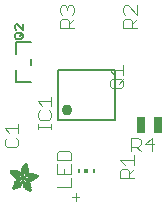
<source format=gbr>
G04 EAGLE Gerber RS-274X export*
G75*
%MOMM*%
%FSLAX34Y34*%
%LPD*%
%INSilkscreen Top*%
%IPPOS*%
%AMOC8*
5,1,8,0,0,1.08239X$1,22.5*%
G01*
%ADD10C,0.203200*%
%ADD11C,0.919200*%
%ADD12C,0.101600*%
%ADD13C,0.076200*%
%ADD14R,0.150000X0.300000*%
%ADD15R,0.300000X0.300000*%
%ADD16R,0.650000X1.400000*%
%ADD17C,0.152400*%
%ADD18R,0.034300X0.003800*%
%ADD19R,0.057200X0.003800*%
%ADD20R,0.076200X0.003800*%
%ADD21R,0.091400X0.003800*%
%ADD22R,0.102900X0.003800*%
%ADD23R,0.114300X0.003900*%
%ADD24R,0.129500X0.003800*%
%ADD25R,0.137200X0.003800*%
%ADD26R,0.144800X0.003800*%
%ADD27R,0.152400X0.003800*%
%ADD28R,0.160000X0.003800*%
%ADD29R,0.171500X0.003800*%
%ADD30R,0.175300X0.003800*%
%ADD31R,0.182900X0.003800*%
%ADD32R,0.190500X0.003800*%
%ADD33R,0.194300X0.003900*%
%ADD34R,0.201900X0.003800*%
%ADD35R,0.209500X0.003800*%
%ADD36R,0.213400X0.003800*%
%ADD37R,0.221000X0.003800*%
%ADD38R,0.224800X0.003800*%
%ADD39R,0.232400X0.003800*%
%ADD40R,0.240000X0.003800*%
%ADD41R,0.243800X0.003800*%
%ADD42R,0.247600X0.003800*%
%ADD43R,0.255300X0.003900*%
%ADD44R,0.259100X0.003800*%
%ADD45R,0.262900X0.003800*%
%ADD46R,0.270500X0.003800*%
%ADD47R,0.274300X0.003800*%
%ADD48R,0.281900X0.003800*%
%ADD49R,0.285700X0.003800*%
%ADD50R,0.289500X0.003800*%
%ADD51R,0.297200X0.003800*%
%ADD52R,0.301000X0.003800*%
%ADD53R,0.304800X0.003900*%
%ADD54R,0.312400X0.003800*%
%ADD55R,0.316200X0.003800*%
%ADD56R,0.320000X0.003800*%
%ADD57R,0.327600X0.003800*%
%ADD58R,0.331500X0.003800*%
%ADD59R,0.339100X0.003800*%
%ADD60R,0.342900X0.003800*%
%ADD61R,0.346700X0.003800*%
%ADD62R,0.354300X0.003800*%
%ADD63R,0.358100X0.003900*%
%ADD64R,0.361900X0.003800*%
%ADD65R,0.369600X0.003800*%
%ADD66R,0.373400X0.003800*%
%ADD67R,0.377200X0.003800*%
%ADD68R,0.384800X0.003800*%
%ADD69R,0.388600X0.003800*%
%ADD70R,0.396200X0.003800*%
%ADD71R,0.400000X0.003800*%
%ADD72R,0.403800X0.003800*%
%ADD73R,0.411500X0.003900*%
%ADD74R,0.415300X0.003800*%
%ADD75R,0.419100X0.003800*%
%ADD76R,0.045700X0.003800*%
%ADD77R,0.426700X0.003800*%
%ADD78R,0.072400X0.003800*%
%ADD79R,0.430500X0.003800*%
%ADD80R,0.095300X0.003800*%
%ADD81R,0.438100X0.003800*%
%ADD82R,0.110500X0.003800*%
%ADD83R,0.441900X0.003800*%
%ADD84R,0.445800X0.003800*%
%ADD85R,0.144700X0.003800*%
%ADD86R,0.453400X0.003800*%
%ADD87R,0.457200X0.003800*%
%ADD88R,0.175300X0.003900*%
%ADD89R,0.461000X0.003900*%
%ADD90R,0.468600X0.003800*%
%ADD91R,0.205800X0.003800*%
%ADD92R,0.472400X0.003800*%
%ADD93R,0.217200X0.003800*%
%ADD94R,0.476200X0.003800*%
%ADD95R,0.483900X0.003800*%
%ADD96R,0.247700X0.003800*%
%ADD97R,0.487700X0.003800*%
%ADD98R,0.495300X0.003800*%
%ADD99R,0.499100X0.003800*%
%ADD100R,0.502900X0.003800*%
%ADD101R,0.510500X0.003800*%
%ADD102R,0.308600X0.003900*%
%ADD103R,0.514300X0.003900*%
%ADD104R,0.323800X0.003800*%
%ADD105R,0.518100X0.003800*%
%ADD106R,0.335300X0.003800*%
%ADD107R,0.525800X0.003800*%
%ADD108R,0.529600X0.003800*%
%ADD109R,0.358100X0.003800*%
%ADD110R,0.533400X0.003800*%
%ADD111R,0.537200X0.003800*%
%ADD112R,0.381000X0.003800*%
%ADD113R,0.544800X0.003800*%
%ADD114R,0.392400X0.003800*%
%ADD115R,0.548600X0.003800*%
%ADD116R,0.552400X0.003800*%
%ADD117R,0.556200X0.003800*%
%ADD118R,0.422900X0.003900*%
%ADD119R,0.560100X0.003900*%
%ADD120R,0.434300X0.003800*%
%ADD121R,0.563900X0.003800*%
%ADD122R,0.567700X0.003800*%
%ADD123R,0.461000X0.003800*%
%ADD124R,0.571500X0.003800*%
%ADD125R,0.575300X0.003800*%
%ADD126R,0.480100X0.003800*%
%ADD127R,0.579100X0.003800*%
%ADD128R,0.491500X0.003800*%
%ADD129R,0.582900X0.003800*%
%ADD130R,0.586700X0.003800*%
%ADD131R,0.510600X0.003800*%
%ADD132R,0.590500X0.003800*%
%ADD133R,0.522000X0.003800*%
%ADD134R,0.594300X0.003800*%
%ADD135R,0.533400X0.003900*%
%ADD136R,0.598200X0.003900*%
%ADD137R,0.541000X0.003800*%
%ADD138R,0.602000X0.003800*%
%ADD139R,0.552500X0.003800*%
%ADD140R,0.605800X0.003800*%
%ADD141R,0.560100X0.003800*%
%ADD142R,0.609600X0.003800*%
%ADD143R,0.613400X0.003800*%
%ADD144R,0.583000X0.003800*%
%ADD145R,0.617200X0.003800*%
%ADD146R,0.594400X0.003800*%
%ADD147R,0.621000X0.003800*%
%ADD148R,0.598200X0.003800*%
%ADD149R,0.624800X0.003800*%
%ADD150R,0.613500X0.003900*%
%ADD151R,0.628600X0.003900*%
%ADD152R,0.632400X0.003800*%
%ADD153R,0.628600X0.003800*%
%ADD154R,0.636300X0.003800*%
%ADD155R,0.640100X0.003800*%
%ADD156R,0.636200X0.003800*%
%ADD157R,0.643900X0.003800*%
%ADD158R,0.647700X0.003800*%
%ADD159R,0.651500X0.003800*%
%ADD160R,0.659100X0.003800*%
%ADD161R,0.659100X0.003900*%
%ADD162R,0.655300X0.003900*%
%ADD163R,0.662900X0.003800*%
%ADD164R,0.655300X0.003800*%
%ADD165R,0.670500X0.003800*%
%ADD166R,0.670600X0.003800*%
%ADD167R,0.674400X0.003800*%
%ADD168R,0.682000X0.003800*%
%ADD169R,0.666700X0.003800*%
%ADD170R,0.685800X0.003800*%
%ADD171R,0.689600X0.003800*%
%ADD172R,0.693400X0.003900*%
%ADD173R,0.674400X0.003900*%
%ADD174R,0.697200X0.003800*%
%ADD175R,0.678200X0.003800*%
%ADD176R,0.697300X0.003800*%
%ADD177R,0.701100X0.003800*%
%ADD178R,0.704900X0.003800*%
%ADD179R,0.708700X0.003800*%
%ADD180R,0.712500X0.003800*%
%ADD181R,0.716300X0.003800*%
%ADD182R,0.720100X0.003900*%
%ADD183R,0.689600X0.003900*%
%ADD184R,0.720000X0.003800*%
%ADD185R,0.693400X0.003800*%
%ADD186R,0.723900X0.003800*%
%ADD187R,0.727700X0.003800*%
%ADD188R,0.731500X0.003800*%
%ADD189R,0.701000X0.003800*%
%ADD190R,0.735300X0.003800*%
%ADD191R,0.731500X0.003900*%
%ADD192R,0.701000X0.003900*%
%ADD193R,0.704800X0.003800*%
%ADD194R,0.739100X0.003800*%
%ADD195R,0.743000X0.003800*%
%ADD196R,0.739200X0.003800*%
%ADD197R,0.743000X0.003900*%
%ADD198R,0.704800X0.003900*%
%ADD199R,0.746800X0.003800*%
%ADD200R,0.746800X0.003900*%
%ADD201R,0.742900X0.003800*%
%ADD202R,0.746700X0.003800*%
%ADD203R,0.746700X0.003900*%
%ADD204R,1.428800X0.003800*%
%ADD205R,1.424900X0.003800*%
%ADD206R,1.421100X0.003900*%
%ADD207R,1.421100X0.003800*%
%ADD208R,1.417300X0.003800*%
%ADD209R,1.413500X0.003800*%
%ADD210R,1.409700X0.003800*%
%ADD211R,1.405900X0.003800*%
%ADD212R,1.402100X0.003800*%
%ADD213R,1.398300X0.003800*%
%ADD214R,0.983000X0.003900*%
%ADD215R,0.384800X0.003900*%
%ADD216R,0.971600X0.003800*%
%ADD217R,0.963900X0.003800*%
%ADD218R,0.956300X0.003800*%
%ADD219R,0.365800X0.003800*%
%ADD220R,0.952500X0.003800*%
%ADD221R,0.941000X0.003800*%
%ADD222R,0.358200X0.003800*%
%ADD223R,0.937200X0.003800*%
%ADD224R,0.933400X0.003800*%
%ADD225R,0.354400X0.003800*%
%ADD226R,0.925800X0.003800*%
%ADD227R,0.350500X0.003800*%
%ADD228R,0.922000X0.003800*%
%ADD229R,0.918200X0.003900*%
%ADD230R,0.346700X0.003900*%
%ADD231R,0.910600X0.003800*%
%ADD232R,0.906800X0.003800*%
%ADD233R,0.903000X0.003800*%
%ADD234R,0.339000X0.003800*%
%ADD235R,0.895300X0.003800*%
%ADD236R,0.335200X0.003800*%
%ADD237R,0.887700X0.003800*%
%ADD238R,0.883900X0.003800*%
%ADD239R,0.331400X0.003800*%
%ADD240R,0.880100X0.003800*%
%ADD241R,0.876300X0.003800*%
%ADD242R,0.468600X0.003900*%
%ADD243R,0.396200X0.003900*%
%ADD244R,0.323800X0.003900*%
%ADD245R,0.449600X0.003800*%
%ADD246R,0.323900X0.003800*%
%ADD247R,0.442000X0.003800*%
%ADD248R,0.434400X0.003800*%
%ADD249R,0.320100X0.003800*%
%ADD250R,0.316300X0.003800*%
%ADD251R,0.426800X0.003800*%
%ADD252R,0.327700X0.003800*%
%ADD253R,0.312500X0.003800*%
%ADD254R,0.422900X0.003800*%
%ADD255R,0.308600X0.003800*%
%ADD256R,0.293400X0.003800*%
%ADD257R,0.304800X0.003800*%
%ADD258R,0.419100X0.003900*%
%ADD259R,0.285700X0.003900*%
%ADD260R,0.301000X0.003900*%
%ADD261R,0.411500X0.003800*%
%ADD262R,0.407700X0.003800*%
%ADD263R,0.289600X0.003800*%
%ADD264R,0.285800X0.003800*%
%ADD265R,0.403900X0.003800*%
%ADD266R,0.228600X0.003800*%
%ADD267R,0.403900X0.003900*%
%ADD268R,0.221000X0.003900*%
%ADD269R,0.278100X0.003900*%
%ADD270R,0.400100X0.003800*%
%ADD271R,0.209600X0.003800*%
%ADD272R,0.266700X0.003800*%
%ADD273R,0.038100X0.003800*%
%ADD274R,0.194300X0.003800*%
%ADD275R,0.148600X0.003800*%
%ADD276R,0.259000X0.003800*%
%ADD277R,0.182800X0.003800*%
%ADD278R,0.186700X0.003800*%
%ADD279R,0.251400X0.003800*%
%ADD280R,0.179100X0.003800*%
%ADD281R,0.236200X0.003800*%
%ADD282R,0.243900X0.003900*%
%ADD283R,0.282000X0.003900*%
%ADD284R,0.167700X0.003800*%
%ADD285R,0.236300X0.003800*%
%ADD286R,0.396300X0.003800*%
%ADD287R,0.163900X0.003800*%
%ADD288R,0.392500X0.003800*%
%ADD289R,0.160100X0.003800*%
%ADD290R,0.586800X0.003800*%
%ADD291R,0.148500X0.003800*%
%ADD292R,0.140900X0.003800*%
%ADD293R,0.392400X0.003900*%
%ADD294R,0.140900X0.003900*%
%ADD295R,0.647700X0.003900*%
%ADD296R,0.133300X0.003800*%
%ADD297R,0.674300X0.003800*%
%ADD298R,0.388700X0.003800*%
%ADD299R,0.125700X0.003800*%
%ADD300R,0.121900X0.003800*%
%ADD301R,0.720100X0.003800*%
%ADD302R,0.118100X0.003800*%
%ADD303R,0.118100X0.003900*%
%ADD304R,0.739100X0.003900*%
%ADD305R,0.114300X0.003800*%
%ADD306R,0.754400X0.003800*%
%ADD307R,0.765800X0.003800*%
%ADD308R,0.773400X0.003800*%
%ADD309R,0.784800X0.003800*%
%ADD310R,0.118200X0.003800*%
%ADD311R,0.792500X0.003800*%
%ADD312R,0.803900X0.003800*%
%ADD313R,0.122000X0.003800*%
%ADD314R,0.815400X0.003800*%
%ADD315R,0.125800X0.003800*%
%ADD316R,0.826800X0.003800*%
%ADD317R,0.369500X0.003900*%
%ADD318R,0.133400X0.003900*%
%ADD319R,0.842000X0.003900*%
%ADD320R,0.365700X0.003800*%
%ADD321R,1.009700X0.003800*%
%ADD322R,1.013500X0.003800*%
%ADD323R,0.362000X0.003800*%
%ADD324R,1.024900X0.003800*%
%ADD325R,1.028700X0.003800*%
%ADD326R,1.036300X0.003800*%
%ADD327R,1.047800X0.003800*%
%ADD328R,1.055400X0.003800*%
%ADD329R,1.070600X0.003800*%
%ADD330R,0.030500X0.003800*%
%ADD331R,1.436400X0.003800*%
%ADD332R,1.562100X0.003900*%
%ADD333R,1.588700X0.003800*%
%ADD334R,1.607800X0.003800*%
%ADD335R,1.626900X0.003800*%
%ADD336R,1.642100X0.003800*%
%ADD337R,1.657400X0.003800*%
%ADD338R,1.676400X0.003800*%
%ADD339R,1.687800X0.003800*%
%ADD340R,1.703000X0.003800*%
%ADD341R,1.714500X0.003800*%
%ADD342R,1.726000X0.003900*%
%ADD343R,1.741200X0.003800*%
%ADD344R,0.914400X0.003800*%
%ADD345R,0.769600X0.003800*%
%ADD346R,0.884000X0.003800*%
%ADD347R,0.712400X0.003800*%
%ADD348R,0.880100X0.003900*%
%ADD349R,0.887800X0.003800*%
%ADD350R,0.891600X0.003800*%
%ADD351R,0.895400X0.003800*%
%ADD352R,0.251500X0.003800*%
%ADD353R,0.579200X0.003900*%
%ADD354R,0.243900X0.003800*%
%ADD355R,0.556300X0.003800*%
%ADD356R,0.255200X0.003800*%
%ADD357R,0.529500X0.003800*%
%ADD358R,0.731600X0.003800*%
%ADD359R,0.525800X0.003900*%
%ADD360R,0.281900X0.003900*%
%ADD361R,0.735400X0.003900*%
%ADD362R,0.300900X0.003800*%
%ADD363R,0.762000X0.003800*%
%ADD364R,0.518200X0.003800*%
%ADD365R,0.350600X0.003800*%
%ADD366R,0.796300X0.003800*%
%ADD367R,0.807800X0.003800*%
%ADD368R,0.506700X0.003800*%
%ADD369R,0.849600X0.003800*%
%ADD370R,0.506700X0.003900*%
%ADD371R,1.371600X0.003900*%
%ADD372R,1.207800X0.003800*%
%ADD373R,0.503000X0.003800*%
%ADD374R,0.141000X0.003800*%
%ADD375R,1.203900X0.003800*%
%ADD376R,1.204000X0.003800*%
%ADD377R,1.200200X0.003800*%
%ADD378R,0.499100X0.003900*%
%ADD379R,0.156200X0.003900*%
%ADD380R,1.196400X0.003900*%
%ADD381R,1.196400X0.003800*%
%ADD382R,0.163800X0.003800*%
%ADD383R,0.167600X0.003800*%
%ADD384R,1.192500X0.003800*%
%ADD385R,0.499200X0.003800*%
%ADD386R,1.188700X0.003800*%
%ADD387R,0.506800X0.003800*%
%ADD388R,1.184900X0.003800*%
%ADD389R,0.510600X0.003900*%
%ADD390R,0.209600X0.003900*%
%ADD391R,1.181100X0.003900*%
%ADD392R,0.514400X0.003800*%
%ADD393R,1.181100X0.003800*%
%ADD394R,1.177300X0.003800*%
%ADD395R,0.240100X0.003800*%
%ADD396R,1.173500X0.003800*%
%ADD397R,1.169700X0.003800*%
%ADD398R,1.165900X0.003800*%
%ADD399R,1.162100X0.003800*%
%ADD400R,0.929700X0.003900*%
%ADD401R,1.162100X0.003900*%
%ADD402R,0.929700X0.003800*%
%ADD403R,1.154500X0.003800*%
%ADD404R,0.933500X0.003800*%
%ADD405R,1.150600X0.003800*%
%ADD406R,0.937300X0.003800*%
%ADD407R,1.146800X0.003800*%
%ADD408R,0.941100X0.003800*%
%ADD409R,1.139200X0.003800*%
%ADD410R,0.944900X0.003800*%
%ADD411R,1.135400X0.003800*%
%ADD412R,0.948700X0.003800*%
%ADD413R,1.127800X0.003800*%
%ADD414R,1.124000X0.003800*%
%ADD415R,1.116400X0.003800*%
%ADD416R,0.956300X0.003900*%
%ADD417R,1.104900X0.003900*%
%ADD418R,0.960100X0.003800*%
%ADD419R,1.093500X0.003800*%
%ADD420R,1.085900X0.003800*%
%ADD421R,0.967800X0.003800*%
%ADD422R,1.074500X0.003800*%
%ADD423R,1.063000X0.003800*%
%ADD424R,0.975400X0.003800*%
%ADD425R,1.036400X0.003800*%
%ADD426R,0.979200X0.003800*%
%ADD427R,1.021000X0.003800*%
%ADD428R,0.983000X0.003800*%
%ADD429R,1.009600X0.003800*%
%ADD430R,0.986800X0.003800*%
%ADD431R,0.998200X0.003800*%
%ADD432R,0.990600X0.003900*%
%ADD433R,0.986700X0.003900*%
%ADD434R,0.994400X0.003800*%
%ADD435R,0.975300X0.003800*%
%ADD436R,0.948600X0.003800*%
%ADD437R,1.002000X0.003800*%
%ADD438R,0.213300X0.003800*%
%ADD439R,0.217100X0.003800*%
%ADD440R,1.017300X0.003800*%
%ADD441R,0.666800X0.003800*%
%ADD442R,0.220900X0.003800*%
%ADD443R,1.028700X0.003900*%
%ADD444R,0.224700X0.003900*%
%ADD445R,1.032500X0.003800*%
%ADD446R,1.040100X0.003800*%
%ADD447R,1.043900X0.003800*%
%ADD448R,0.548700X0.003800*%
%ADD449R,1.051500X0.003800*%
%ADD450R,1.055300X0.003800*%
%ADD451R,1.059100X0.003800*%
%ADD452R,1.062900X0.003800*%
%ADD453R,0.255300X0.003800*%
%ADD454R,1.066800X0.003900*%
%ADD455R,0.259100X0.003900*%
%ADD456R,0.457200X0.003900*%
%ADD457R,0.423000X0.003800*%
%ADD458R,1.082100X0.003800*%
%ADD459R,0.274400X0.003800*%
%ADD460R,0.278200X0.003800*%
%ADD461R,1.101100X0.003800*%
%ADD462R,0.278100X0.003800*%
%ADD463R,0.876300X0.003900*%
%ADD464R,0.236200X0.003900*%
%ADD465R,0.289600X0.003900*%
%ADD466R,0.247700X0.003900*%
%ADD467R,0.049500X0.003800*%
%ADD468R,0.640100X0.003900*%
%ADD469R,0.659200X0.003800*%
%ADD470R,0.663000X0.003800*%
%ADD471R,0.872500X0.003900*%
%ADD472R,0.666800X0.003900*%
%ADD473R,0.872500X0.003800*%
%ADD474R,0.868700X0.003800*%
%ADD475R,0.864900X0.003800*%
%ADD476R,0.861100X0.003800*%
%ADD477R,0.857300X0.003800*%
%ADD478R,0.853400X0.003800*%
%ADD479R,0.845800X0.003800*%
%ADD480R,0.682000X0.003900*%
%ADD481R,0.842000X0.003800*%
%ADD482R,0.834400X0.003800*%
%ADD483R,0.823000X0.003800*%
%ADD484R,0.815300X0.003800*%
%ADD485R,0.811500X0.003800*%
%ADD486R,0.788700X0.003800*%
%ADD487R,0.777300X0.003900*%
%ADD488R,0.750600X0.003800*%
%ADD489R,0.735400X0.003800*%
%ADD490R,0.727800X0.003800*%
%ADD491R,0.628700X0.003800*%
%ADD492R,0.575400X0.003800*%
%ADD493R,0.670600X0.003900*%
%ADD494R,0.655400X0.003800*%
%ADD495R,0.651500X0.003900*%
%ADD496R,0.624800X0.003900*%
%ADD497R,0.594400X0.003900*%
%ADD498R,0.563900X0.003900*%
%ADD499R,0.541100X0.003800*%
%ADD500R,0.537300X0.003800*%
%ADD501R,0.525700X0.003800*%
%ADD502R,0.525700X0.003900*%
%ADD503R,0.514300X0.003800*%
%ADD504R,0.480100X0.003900*%
%ADD505R,0.464800X0.003800*%
%ADD506R,0.442000X0.003900*%
%ADD507R,0.438200X0.003800*%
%ADD508R,0.430600X0.003800*%
%ADD509R,0.407600X0.003800*%
%ADD510R,0.403800X0.003900*%
%ADD511R,0.365700X0.003900*%
%ADD512R,0.327700X0.003900*%
%ADD513R,0.243800X0.003900*%
%ADD514R,0.205800X0.003900*%
%ADD515R,0.198100X0.003800*%
%ADD516R,0.163800X0.003900*%
%ADD517R,0.137100X0.003800*%
%ADD518R,0.091500X0.003900*%
%ADD519R,0.060900X0.003800*%


D10*
X77100Y110400D02*
X126100Y110400D01*
X126100Y67400D01*
X77100Y67400D01*
X77100Y110400D01*
D11*
X85350Y75900D03*
D12*
X71842Y64056D02*
X71842Y60158D01*
X71842Y62107D02*
X60148Y62107D01*
X60148Y60158D02*
X60148Y64056D01*
X60148Y73801D02*
X62097Y75750D01*
X60148Y73801D02*
X60148Y69903D01*
X62097Y67954D01*
X69893Y67954D01*
X71842Y69903D01*
X71842Y73801D01*
X69893Y75750D01*
X64046Y79648D02*
X60148Y83546D01*
X71842Y83546D01*
X71842Y79648D02*
X71842Y87444D01*
D13*
X89281Y2544D02*
X95552Y2544D01*
X92416Y5679D02*
X92416Y-591D01*
D14*
X95600Y24360D03*
X107600Y24360D03*
D15*
X101600Y24360D03*
D12*
X88392Y10668D02*
X76698Y10668D01*
X88392Y10668D02*
X88392Y18464D01*
X76698Y22362D02*
X76698Y30158D01*
X76698Y22362D02*
X88392Y22362D01*
X88392Y30158D01*
X82545Y26260D02*
X82545Y22362D01*
X76698Y34056D02*
X88392Y34056D01*
X88392Y39903D01*
X86443Y41852D01*
X78647Y41852D01*
X76698Y39903D01*
X76698Y34056D01*
X130038Y18288D02*
X141732Y18288D01*
X130038Y18288D02*
X130038Y24135D01*
X131987Y26084D01*
X135885Y26084D01*
X137834Y24135D01*
X137834Y18288D01*
X137834Y22186D02*
X141732Y26084D01*
X133936Y29982D02*
X130038Y33880D01*
X141732Y33880D01*
X141732Y29982D02*
X141732Y37778D01*
X144272Y145288D02*
X132578Y145288D01*
X132578Y151135D01*
X134527Y153084D01*
X138425Y153084D01*
X140374Y151135D01*
X140374Y145288D01*
X140374Y149186D02*
X144272Y153084D01*
X144272Y156982D02*
X144272Y164778D01*
X144272Y156982D02*
X136476Y164778D01*
X134527Y164778D01*
X132578Y162829D01*
X132578Y158931D01*
X134527Y156982D01*
X90932Y145288D02*
X79238Y145288D01*
X79238Y151135D01*
X81187Y153084D01*
X85085Y153084D01*
X87034Y151135D01*
X87034Y145288D01*
X87034Y149186D02*
X90932Y153084D01*
X81187Y156982D02*
X79238Y158931D01*
X79238Y162829D01*
X81187Y164778D01*
X83136Y164778D01*
X85085Y162829D01*
X85085Y160880D01*
X85085Y162829D02*
X87034Y164778D01*
X88983Y164778D01*
X90932Y162829D01*
X90932Y158931D01*
X88983Y156982D01*
X34197Y52754D02*
X32248Y50805D01*
X32248Y46907D01*
X34197Y44958D01*
X41993Y44958D01*
X43942Y46907D01*
X43942Y50805D01*
X41993Y52754D01*
X36146Y56652D02*
X32248Y60550D01*
X43942Y60550D01*
X43942Y56652D02*
X43942Y64448D01*
X123097Y94488D02*
X130893Y94488D01*
X123097Y94488D02*
X121148Y96437D01*
X121148Y100335D01*
X123097Y102284D01*
X130893Y102284D01*
X132842Y100335D01*
X132842Y96437D01*
X130893Y94488D01*
X128944Y98386D02*
X132842Y102284D01*
X125046Y106182D02*
X121148Y110080D01*
X132842Y110080D01*
X132842Y106182D02*
X132842Y113978D01*
D16*
X147626Y63485D03*
X162358Y63485D03*
D12*
X139680Y52842D02*
X139680Y41148D01*
X139680Y52842D02*
X145527Y52842D01*
X147476Y50893D01*
X147476Y46995D01*
X145527Y45046D01*
X139680Y45046D01*
X143578Y45046D02*
X147476Y41148D01*
X157221Y41148D02*
X157221Y52842D01*
X151374Y46995D01*
X159170Y46995D01*
D10*
X54784Y100116D02*
X41656Y100116D01*
X41656Y109704D01*
X41656Y133564D02*
X54784Y133564D01*
X41656Y133564D02*
X41656Y123976D01*
X54864Y119064D02*
X54864Y114476D01*
D17*
X46396Y136652D02*
X41990Y136652D01*
X40888Y137754D01*
X40888Y139957D01*
X41990Y141058D01*
X46396Y141058D01*
X47498Y139957D01*
X47498Y137754D01*
X46396Y136652D01*
X45295Y138855D02*
X47498Y141058D01*
X47498Y144136D02*
X47498Y148543D01*
X43092Y148543D02*
X47498Y144136D01*
X43092Y148543D02*
X41990Y148543D01*
X40888Y147441D01*
X40888Y145238D01*
X41990Y144136D01*
D18*
X53899Y6350D03*
D19*
X53899Y6388D03*
D20*
X53880Y6426D03*
D21*
X53880Y6464D03*
D22*
X53899Y6502D03*
D23*
X53880Y6541D03*
D24*
X53880Y6579D03*
D25*
X53880Y6617D03*
D26*
X53880Y6655D03*
D27*
X53842Y6693D03*
D28*
X53842Y6731D03*
D29*
X53823Y6769D03*
D30*
X53804Y6807D03*
D31*
X53804Y6845D03*
D32*
X53766Y6883D03*
D33*
X53747Y6922D03*
D34*
X53747Y6960D03*
D35*
X53709Y6998D03*
D36*
X53689Y7036D03*
D37*
X53651Y7074D03*
D38*
X53632Y7112D03*
D39*
X53632Y7150D03*
D40*
X53594Y7188D03*
D41*
X53575Y7226D03*
D42*
X53556Y7264D03*
D43*
X53518Y7303D03*
D44*
X53499Y7341D03*
D45*
X53480Y7379D03*
D46*
X53442Y7417D03*
D47*
X53423Y7455D03*
D48*
X53385Y7493D03*
D49*
X53366Y7531D03*
D50*
X53347Y7569D03*
D51*
X53308Y7607D03*
D52*
X53289Y7645D03*
D53*
X53270Y7684D03*
D54*
X53232Y7722D03*
D55*
X53213Y7760D03*
D56*
X53194Y7798D03*
D57*
X53156Y7836D03*
D58*
X53137Y7874D03*
D59*
X53099Y7912D03*
D60*
X53080Y7950D03*
D61*
X53061Y7988D03*
D62*
X53023Y8026D03*
D63*
X53004Y8065D03*
D64*
X52985Y8103D03*
D65*
X52946Y8141D03*
D66*
X52927Y8179D03*
D67*
X52908Y8217D03*
D68*
X52870Y8255D03*
D69*
X52851Y8293D03*
D70*
X52813Y8331D03*
D71*
X52794Y8369D03*
D72*
X52775Y8407D03*
D73*
X52737Y8446D03*
D74*
X52718Y8484D03*
D75*
X52699Y8522D03*
D76*
X39936Y8560D03*
D77*
X52661Y8560D03*
D78*
X39954Y8598D03*
D79*
X52642Y8598D03*
D80*
X39993Y8636D03*
D81*
X52604Y8636D03*
D82*
X40031Y8674D03*
D83*
X52585Y8674D03*
D24*
X40050Y8712D03*
D84*
X52565Y8712D03*
D85*
X40088Y8750D03*
D86*
X52527Y8750D03*
D28*
X40126Y8788D03*
D87*
X52508Y8788D03*
D88*
X40164Y8827D03*
D89*
X52489Y8827D03*
D32*
X40202Y8865D03*
D90*
X52451Y8865D03*
D91*
X40240Y8903D03*
D92*
X52432Y8903D03*
D93*
X40297Y8941D03*
D94*
X52413Y8941D03*
D39*
X40335Y8979D03*
D95*
X52375Y8979D03*
D96*
X40374Y9017D03*
D97*
X52356Y9017D03*
D44*
X40431Y9055D03*
D98*
X52318Y9055D03*
D47*
X40469Y9093D03*
D99*
X52299Y9093D03*
D49*
X40526Y9131D03*
D100*
X52280Y9131D03*
D51*
X40583Y9169D03*
D101*
X52242Y9169D03*
D102*
X40640Y9208D03*
D103*
X52223Y9208D03*
D104*
X40678Y9246D03*
D105*
X52204Y9246D03*
D106*
X40736Y9284D03*
D107*
X52165Y9284D03*
D61*
X40793Y9322D03*
D108*
X52146Y9322D03*
D109*
X40850Y9360D03*
D110*
X52127Y9360D03*
D65*
X40907Y9398D03*
D111*
X52108Y9398D03*
D112*
X40964Y9436D03*
D113*
X52070Y9436D03*
D114*
X41021Y9474D03*
D115*
X52051Y9474D03*
D72*
X41078Y9512D03*
D116*
X52032Y9512D03*
D74*
X41136Y9550D03*
D117*
X52013Y9550D03*
D118*
X41212Y9589D03*
D119*
X51994Y9589D03*
D120*
X41269Y9627D03*
D121*
X51975Y9627D03*
D84*
X41326Y9665D03*
D122*
X51956Y9665D03*
D123*
X41402Y9703D03*
D124*
X51937Y9703D03*
D92*
X41459Y9741D03*
D125*
X51918Y9741D03*
D126*
X41536Y9779D03*
D127*
X51899Y9779D03*
D128*
X41593Y9817D03*
D129*
X51880Y9817D03*
D100*
X41650Y9855D03*
D130*
X51861Y9855D03*
D131*
X41726Y9893D03*
D132*
X51842Y9893D03*
D133*
X41783Y9931D03*
D134*
X51823Y9931D03*
D135*
X41840Y9970D03*
D136*
X51803Y9970D03*
D137*
X41916Y10008D03*
D138*
X51784Y10008D03*
D139*
X41974Y10046D03*
D140*
X51765Y10046D03*
D141*
X42012Y10084D03*
D140*
X51765Y10084D03*
D124*
X42069Y10122D03*
D142*
X51746Y10122D03*
D125*
X42126Y10160D03*
D143*
X51727Y10160D03*
D144*
X42164Y10198D03*
D145*
X51708Y10198D03*
D146*
X42221Y10236D03*
D147*
X51689Y10236D03*
D148*
X42278Y10274D03*
D147*
X51689Y10274D03*
D140*
X42316Y10312D03*
D149*
X51670Y10312D03*
D150*
X42355Y10351D03*
D151*
X51651Y10351D03*
D143*
X42393Y10389D03*
D152*
X51632Y10389D03*
D147*
X42431Y10427D03*
D152*
X51632Y10427D03*
D153*
X42469Y10465D03*
D154*
X51613Y10465D03*
D152*
X42526Y10503D03*
D155*
X51594Y10503D03*
D156*
X42545Y10541D03*
D157*
X51575Y10541D03*
X42584Y10579D03*
X51575Y10579D03*
D158*
X42641Y10617D03*
X51556Y10617D03*
D159*
X42660Y10655D03*
X51537Y10655D03*
D160*
X42698Y10693D03*
D159*
X51537Y10693D03*
D161*
X42736Y10732D03*
D162*
X51518Y10732D03*
D163*
X42755Y10770D03*
D164*
X51518Y10770D03*
D165*
X42793Y10808D03*
D160*
X51499Y10808D03*
D166*
X42831Y10846D03*
D163*
X51480Y10846D03*
D167*
X42850Y10884D03*
D163*
X51480Y10884D03*
D168*
X42888Y10922D03*
D169*
X51461Y10922D03*
D168*
X42926Y10960D03*
D169*
X51461Y10960D03*
D170*
X42945Y10998D03*
D165*
X51442Y10998D03*
D171*
X42964Y11036D03*
D165*
X51442Y11036D03*
D171*
X43002Y11074D03*
D167*
X51422Y11074D03*
D172*
X43021Y11113D03*
D173*
X51422Y11113D03*
D174*
X43040Y11151D03*
D175*
X51403Y11151D03*
D176*
X43079Y11189D03*
D175*
X51403Y11189D03*
D177*
X43098Y11227D03*
D175*
X51403Y11227D03*
D178*
X43117Y11265D03*
D168*
X51384Y11265D03*
D178*
X43155Y11303D03*
D168*
X51384Y11303D03*
D179*
X43174Y11341D03*
D170*
X51365Y11341D03*
D180*
X43193Y11379D03*
D170*
X51365Y11379D03*
D180*
X43231Y11417D03*
D170*
X51365Y11417D03*
D181*
X43250Y11455D03*
D171*
X51346Y11455D03*
D182*
X43269Y11494D03*
D183*
X51346Y11494D03*
D184*
X43307Y11532D03*
D185*
X51327Y11532D03*
D186*
X43327Y11570D03*
D185*
X51327Y11570D03*
D186*
X43327Y11608D03*
D185*
X51327Y11608D03*
D186*
X43365Y11646D03*
D185*
X51327Y11646D03*
D187*
X43384Y11684D03*
D174*
X51308Y11684D03*
D188*
X43403Y11722D03*
D174*
X51308Y11722D03*
D187*
X43422Y11760D03*
D174*
X51308Y11760D03*
D188*
X43441Y11798D03*
D189*
X51289Y11798D03*
D190*
X43460Y11836D03*
D189*
X51289Y11836D03*
D191*
X43479Y11875D03*
D192*
X51289Y11875D03*
D190*
X43498Y11913D03*
D189*
X51289Y11913D03*
D190*
X43498Y11951D03*
D193*
X51270Y11951D03*
D190*
X43536Y11989D03*
D189*
X51251Y11989D03*
D194*
X43555Y12027D03*
D189*
X51251Y12027D03*
D194*
X43555Y12065D03*
D189*
X51251Y12065D03*
D194*
X43593Y12103D03*
D189*
X51251Y12103D03*
D194*
X43593Y12141D03*
D189*
X51251Y12141D03*
D195*
X43612Y12179D03*
D193*
X51232Y12179D03*
D196*
X43631Y12217D03*
D193*
X51232Y12217D03*
D197*
X43650Y12256D03*
D198*
X51232Y12256D03*
D195*
X43650Y12294D03*
D193*
X51232Y12294D03*
D195*
X43688Y12332D03*
D193*
X51232Y12332D03*
D195*
X43688Y12370D03*
D193*
X51232Y12370D03*
D195*
X43688Y12408D03*
D193*
X51232Y12408D03*
D195*
X43726Y12446D03*
D189*
X51213Y12446D03*
D195*
X43726Y12484D03*
D189*
X51213Y12484D03*
D199*
X43745Y12522D03*
D189*
X51213Y12522D03*
D195*
X43764Y12560D03*
D189*
X51213Y12560D03*
D195*
X43764Y12598D03*
D189*
X51213Y12598D03*
D200*
X43783Y12637D03*
D192*
X51213Y12637D03*
D201*
X43803Y12675D03*
D189*
X51213Y12675D03*
D201*
X43803Y12713D03*
D174*
X51194Y12713D03*
D202*
X43822Y12751D03*
D174*
X51194Y12751D03*
D201*
X43841Y12789D03*
D174*
X51194Y12789D03*
D201*
X43841Y12827D03*
D174*
X51194Y12827D03*
D201*
X43841Y12865D03*
D174*
X51194Y12865D03*
D202*
X43860Y12903D03*
D185*
X51175Y12903D03*
D201*
X43879Y12941D03*
D185*
X51175Y12941D03*
D201*
X43879Y12979D03*
D185*
X51175Y12979D03*
D203*
X43898Y13018D03*
D172*
X51175Y13018D03*
D201*
X43917Y13056D03*
D171*
X51156Y13056D03*
D201*
X43917Y13094D03*
D171*
X51156Y13094D03*
D202*
X43936Y13132D03*
D171*
X51156Y13132D03*
D201*
X43955Y13170D03*
D171*
X51156Y13170D03*
D201*
X43955Y13208D03*
D170*
X51137Y13208D03*
D201*
X43955Y13246D03*
D170*
X51137Y13246D03*
D204*
X47422Y13284D03*
X47422Y13322D03*
D205*
X47403Y13360D03*
D206*
X47422Y13399D03*
D207*
X47422Y13437D03*
D208*
X47403Y13475D03*
D209*
X47422Y13513D03*
X47422Y13551D03*
D210*
X47403Y13589D03*
D211*
X47422Y13627D03*
X47422Y13665D03*
D212*
X47403Y13703D03*
D213*
X47422Y13741D03*
D214*
X45345Y13780D03*
D215*
X52451Y13780D03*
D216*
X45288Y13818D03*
D67*
X52489Y13818D03*
D217*
X45289Y13856D03*
D66*
X52508Y13856D03*
D218*
X45251Y13894D03*
D219*
X52508Y13894D03*
D220*
X45232Y13932D03*
D219*
X52508Y13932D03*
D221*
X45212Y13970D03*
D222*
X52508Y13970D03*
D223*
X45193Y14008D03*
D222*
X52508Y14008D03*
D224*
X45174Y14046D03*
D225*
X52489Y14046D03*
D226*
X45174Y14084D03*
D227*
X52509Y14084D03*
D228*
X45155Y14122D03*
D61*
X52490Y14122D03*
D229*
X45136Y14161D03*
D230*
X52490Y14161D03*
D231*
X45136Y14199D03*
D60*
X52471Y14199D03*
D232*
X45117Y14237D03*
D60*
X52471Y14237D03*
D233*
X45098Y14275D03*
D234*
X52451Y14275D03*
D235*
X45098Y14313D03*
D234*
X52451Y14313D03*
D235*
X45098Y14351D03*
D236*
X52432Y14351D03*
D237*
X45098Y14389D03*
D236*
X52432Y14389D03*
D238*
X45079Y14427D03*
D239*
X52413Y14427D03*
D240*
X45060Y14465D03*
D57*
X52394Y14465D03*
D241*
X45079Y14503D03*
D57*
X52394Y14503D03*
D242*
X43040Y14542D03*
D243*
X47441Y14542D03*
D244*
X52375Y14542D03*
D245*
X42983Y14580D03*
D65*
X47536Y14580D03*
D246*
X52337Y14580D03*
D247*
X42945Y14618D03*
D109*
X47594Y14618D03*
D246*
X52337Y14618D03*
D248*
X42945Y14656D03*
D61*
X47613Y14656D03*
D249*
X52318Y14656D03*
D248*
X42945Y14694D03*
D106*
X47632Y14694D03*
D250*
X52299Y14694D03*
D251*
X42945Y14732D03*
D252*
X47670Y14732D03*
D253*
X52280Y14732D03*
D251*
X42945Y14770D03*
D250*
X47689Y14770D03*
D253*
X52280Y14770D03*
D254*
X42965Y14808D03*
D255*
X47727Y14808D03*
D253*
X52242Y14808D03*
D254*
X42965Y14846D03*
D52*
X47727Y14846D03*
D255*
X52222Y14846D03*
D75*
X42984Y14884D03*
D256*
X47765Y14884D03*
D257*
X52203Y14884D03*
D258*
X42984Y14923D03*
D259*
X47765Y14923D03*
D260*
X52184Y14923D03*
D74*
X43003Y14961D03*
D47*
X47784Y14961D03*
D52*
X52146Y14961D03*
D74*
X43003Y14999D03*
D46*
X47803Y14999D03*
D51*
X52127Y14999D03*
D261*
X43022Y15037D03*
D45*
X47803Y15037D03*
D256*
X52108Y15037D03*
D261*
X43022Y15075D03*
D44*
X47822Y15075D03*
D256*
X52070Y15075D03*
D262*
X43041Y15113D03*
D42*
X47841Y15113D03*
D263*
X52051Y15113D03*
D262*
X43079Y15151D03*
D41*
X47860Y15151D03*
D264*
X52032Y15151D03*
D262*
X43079Y15189D03*
D40*
X47879Y15189D03*
D264*
X51994Y15189D03*
D265*
X43098Y15227D03*
D39*
X47879Y15227D03*
D48*
X51975Y15227D03*
D262*
X43117Y15265D03*
D266*
X47898Y15265D03*
D48*
X51937Y15265D03*
D267*
X43136Y15304D03*
D268*
X47898Y15304D03*
D269*
X51918Y15304D03*
D270*
X43155Y15342D03*
D93*
X47917Y15342D03*
D46*
X51880Y15342D03*
D265*
X43174Y15380D03*
D271*
X47917Y15380D03*
D46*
X51842Y15380D03*
D270*
X43193Y15418D03*
D91*
X47936Y15418D03*
D272*
X51823Y15418D03*
D273*
X54299Y15418D03*
D71*
X43231Y15456D03*
D34*
X47956Y15456D03*
D45*
X51766Y15456D03*
D82*
X54318Y15456D03*
D71*
X43231Y15494D03*
D274*
X47956Y15494D03*
D44*
X51747Y15494D03*
D275*
X54318Y15494D03*
D71*
X43269Y15532D03*
D32*
X47975Y15532D03*
D276*
X51708Y15532D03*
D277*
X54337Y15532D03*
D70*
X43288Y15570D03*
D278*
X47994Y15570D03*
D279*
X51670Y15570D03*
D36*
X54337Y15570D03*
D70*
X43326Y15608D03*
D280*
X47994Y15608D03*
D279*
X51632Y15608D03*
D281*
X54337Y15608D03*
D71*
X43345Y15646D03*
D280*
X47994Y15646D03*
D41*
X51594Y15646D03*
D276*
X54337Y15646D03*
D243*
X43364Y15685D03*
D88*
X48013Y15685D03*
D282*
X51556Y15685D03*
D283*
X54337Y15685D03*
D70*
X43402Y15723D03*
D284*
X48013Y15723D03*
D285*
X51518Y15723D03*
D52*
X54356Y15723D03*
D286*
X43441Y15761D03*
D287*
X48032Y15761D03*
D285*
X51480Y15761D03*
D56*
X54337Y15761D03*
D288*
X43460Y15799D03*
D289*
X48051Y15799D03*
D266*
X51441Y15799D03*
D60*
X54337Y15799D03*
D286*
X43479Y15837D03*
D289*
X48051Y15837D03*
D290*
X53194Y15837D03*
D286*
X43517Y15875D03*
D27*
X48050Y15875D03*
D148*
X53213Y15875D03*
D288*
X43536Y15913D03*
D291*
X48070Y15913D03*
D140*
X53251Y15913D03*
D114*
X43574Y15951D03*
D291*
X48070Y15951D03*
D147*
X53289Y15951D03*
D114*
X43612Y15989D03*
D85*
X48089Y15989D03*
D149*
X53308Y15989D03*
D114*
X43650Y16027D03*
D292*
X48108Y16027D03*
D154*
X53328Y16027D03*
D293*
X43688Y16066D03*
D294*
X48108Y16066D03*
D295*
X53347Y16066D03*
D69*
X43707Y16104D03*
D296*
X48108Y16104D03*
D164*
X53385Y16104D03*
D69*
X43745Y16142D03*
D296*
X48108Y16142D03*
D169*
X53404Y16142D03*
D69*
X43783Y16180D03*
D24*
X48127Y16180D03*
D297*
X53404Y16180D03*
D69*
X43821Y16218D03*
D24*
X48127Y16218D03*
D170*
X53423Y16218D03*
D298*
X43860Y16256D03*
D299*
X48146Y16256D03*
D185*
X53461Y16256D03*
D298*
X43898Y16294D03*
D299*
X48146Y16294D03*
D177*
X53461Y16294D03*
D69*
X43936Y16332D03*
D300*
X48165Y16332D03*
D180*
X53480Y16332D03*
D68*
X43993Y16370D03*
D300*
X48165Y16370D03*
D301*
X53480Y16370D03*
D68*
X44031Y16408D03*
D302*
X48184Y16408D03*
D187*
X53480Y16408D03*
D215*
X44069Y16447D03*
D303*
X48184Y16447D03*
D304*
X53499Y16447D03*
D68*
X44107Y16485D03*
D305*
X48203Y16485D03*
D199*
X53499Y16485D03*
D112*
X44164Y16523D03*
D302*
X48222Y16523D03*
D306*
X53499Y16523D03*
D112*
X44202Y16561D03*
D302*
X48222Y16561D03*
D307*
X53518Y16561D03*
D112*
X44279Y16599D03*
D302*
X48222Y16599D03*
D308*
X53518Y16599D03*
D112*
X44317Y16637D03*
D305*
X48241Y16637D03*
D309*
X53537Y16637D03*
D67*
X44374Y16675D03*
D310*
X48260Y16675D03*
D311*
X53537Y16675D03*
D66*
X44431Y16713D03*
D310*
X48260Y16713D03*
D312*
X53518Y16713D03*
D66*
X44507Y16751D03*
D313*
X48279Y16751D03*
D314*
X53537Y16751D03*
D66*
X44545Y16789D03*
D315*
X48298Y16789D03*
D316*
X53518Y16789D03*
D317*
X44641Y16828D03*
D318*
X48336Y16828D03*
D319*
X53518Y16828D03*
D320*
X44698Y16866D03*
D321*
X52718Y16866D03*
D219*
X44774Y16904D03*
D322*
X52737Y16904D03*
D323*
X44869Y16942D03*
D324*
X52756Y16942D03*
D109*
X44965Y16980D03*
D325*
X52775Y16980D03*
D62*
X45060Y17018D03*
D326*
X52775Y17018D03*
D227*
X45155Y17056D03*
D327*
X52794Y17056D03*
D61*
X45289Y17094D03*
D328*
X52794Y17094D03*
D61*
X45403Y17132D03*
D329*
X52794Y17132D03*
D330*
X43174Y17170D03*
D331*
X51003Y17170D03*
D332*
X50413Y17209D03*
D333*
X50356Y17247D03*
D334*
X50298Y17285D03*
D335*
X50280Y17323D03*
D336*
X50242Y17361D03*
D337*
X50203Y17399D03*
D338*
X50184Y17437D03*
D339*
X50165Y17475D03*
D340*
X50165Y17513D03*
D341*
X50146Y17551D03*
D342*
X50127Y17590D03*
D343*
X50127Y17628D03*
D344*
X45917Y17666D03*
D345*
X55023Y17666D03*
D235*
X45746Y17704D03*
D195*
X55194Y17704D03*
D238*
X45651Y17742D03*
D188*
X55328Y17742D03*
D346*
X45574Y17780D03*
D301*
X55423Y17780D03*
D238*
X45498Y17818D03*
D347*
X55537Y17818D03*
D240*
X45441Y17856D03*
D178*
X55614Y17856D03*
D240*
X45365Y17894D03*
D176*
X55690Y17894D03*
D240*
X45327Y17932D03*
D174*
X55766Y17932D03*
D348*
X45289Y17971D03*
D172*
X55823Y17971D03*
D349*
X45250Y18009D03*
D171*
X55918Y18009D03*
D349*
X45212Y18047D03*
D171*
X55956Y18047D03*
D350*
X45193Y18085D03*
D170*
X56013Y18085D03*
D351*
X45174Y18123D03*
D170*
X56090Y18123D03*
D233*
X45136Y18161D03*
D170*
X56128Y18161D03*
D232*
X45117Y18199D03*
D168*
X56185Y18199D03*
D231*
X45098Y18237D03*
D170*
X56242Y18237D03*
D142*
X43555Y18275D03*
D45*
X48337Y18275D03*
D170*
X56280Y18275D03*
D132*
X43422Y18313D03*
D352*
X48432Y18313D03*
D171*
X56337Y18313D03*
D353*
X43326Y18352D03*
D282*
X48470Y18352D03*
D183*
X56375Y18352D03*
D122*
X43231Y18390D03*
D354*
X48508Y18390D03*
D185*
X56394Y18390D03*
D121*
X43174Y18428D03*
D41*
X48546Y18428D03*
D176*
X56452Y18428D03*
D141*
X43079Y18466D03*
D42*
X48565Y18466D03*
D176*
X56490Y18466D03*
D355*
X43022Y18504D03*
D42*
X48603Y18504D03*
D178*
X56528Y18504D03*
D115*
X42945Y18542D03*
D279*
X48622Y18542D03*
D179*
X56547Y18542D03*
D137*
X42907Y18580D03*
D356*
X48641Y18580D03*
D180*
X56566Y18580D03*
D111*
X42850Y18618D03*
D45*
X48680Y18618D03*
D301*
X56604Y18618D03*
D110*
X42793Y18656D03*
D272*
X48699Y18656D03*
D186*
X56623Y18656D03*
D357*
X42736Y18694D03*
D47*
X48737Y18694D03*
D358*
X56661Y18694D03*
D359*
X42678Y18733D03*
D360*
X48775Y18733D03*
D361*
X56680Y18733D03*
D107*
X42640Y18771D03*
D50*
X48813Y18771D03*
D195*
X56680Y18771D03*
D133*
X42583Y18809D03*
D362*
X48832Y18809D03*
D306*
X56699Y18809D03*
D133*
X42545Y18847D03*
D255*
X48870Y18847D03*
D363*
X56699Y18847D03*
D364*
X42488Y18885D03*
D246*
X48908Y18885D03*
D345*
X56699Y18885D03*
D364*
X42450Y18923D03*
D106*
X48965Y18923D03*
D309*
X56699Y18923D03*
D101*
X42412Y18961D03*
D365*
X49003Y18961D03*
D366*
X56681Y18961D03*
D101*
X42374Y18999D03*
D65*
X49060Y18999D03*
D367*
X56661Y18999D03*
D368*
X42317Y19037D03*
D69*
X49155Y19037D03*
D316*
X56642Y19037D03*
D368*
X42279Y19075D03*
D74*
X49251Y19075D03*
D369*
X56566Y19075D03*
D370*
X42241Y19114D03*
D371*
X53994Y19114D03*
D100*
X42222Y19152D03*
D26*
X47822Y19152D03*
D372*
X54851Y19152D03*
D373*
X42183Y19190D03*
D374*
X47765Y19190D03*
D375*
X54909Y19190D03*
D373*
X42145Y19228D03*
D292*
X47727Y19228D03*
D375*
X54947Y19228D03*
D99*
X42126Y19266D03*
D292*
X47689Y19266D03*
D375*
X54985Y19266D03*
D99*
X42088Y19304D03*
D85*
X47670Y19304D03*
D376*
X55023Y19304D03*
D99*
X42050Y19342D03*
D26*
X47631Y19342D03*
D377*
X55042Y19342D03*
D99*
X42012Y19380D03*
D26*
X47593Y19380D03*
D377*
X55080Y19380D03*
D98*
X41993Y19418D03*
D275*
X47574Y19418D03*
D377*
X55118Y19418D03*
D98*
X41955Y19456D03*
D27*
X47517Y19456D03*
D377*
X55118Y19456D03*
D378*
X41936Y19495D03*
D379*
X47498Y19495D03*
D380*
X55137Y19495D03*
D99*
X41898Y19533D03*
D28*
X47479Y19533D03*
D381*
X55175Y19533D03*
D98*
X41879Y19571D03*
D382*
X47422Y19571D03*
D381*
X55175Y19571D03*
D99*
X41860Y19609D03*
D383*
X47403Y19609D03*
D384*
X55195Y19609D03*
D99*
X41822Y19647D03*
D30*
X47365Y19647D03*
D384*
X55195Y19647D03*
D373*
X41802Y19685D03*
D280*
X47346Y19685D03*
D384*
X55233Y19685D03*
D385*
X41783Y19723D03*
D31*
X47289Y19723D03*
D384*
X55233Y19723D03*
D373*
X41764Y19761D03*
D32*
X47251Y19761D03*
D386*
X55252Y19761D03*
D387*
X41745Y19799D03*
D274*
X47232Y19799D03*
D386*
X55252Y19799D03*
D387*
X41745Y19837D03*
D34*
X47194Y19837D03*
D388*
X55271Y19837D03*
D389*
X41726Y19876D03*
D390*
X47155Y19876D03*
D391*
X55252Y19876D03*
D392*
X41707Y19914D03*
D36*
X47098Y19914D03*
D393*
X55252Y19914D03*
D364*
X41688Y19952D03*
D37*
X47060Y19952D03*
D394*
X55271Y19952D03*
D364*
X41688Y19990D03*
D39*
X47003Y19990D03*
D394*
X55271Y19990D03*
D107*
X41688Y20028D03*
D395*
X46965Y20028D03*
D396*
X55290Y20028D03*
D108*
X41669Y20066D03*
D352*
X46908Y20066D03*
D396*
X55290Y20066D03*
D111*
X41669Y20104D03*
D45*
X46851Y20104D03*
D397*
X55271Y20104D03*
D137*
X41688Y20142D03*
D47*
X46794Y20142D03*
D398*
X55290Y20142D03*
D116*
X41707Y20180D03*
D263*
X46717Y20180D03*
D398*
X55290Y20180D03*
D124*
X41764Y20218D03*
D54*
X46603Y20218D03*
D399*
X55271Y20218D03*
D400*
X43517Y20257D03*
D401*
X55271Y20257D03*
D402*
X43517Y20295D03*
D403*
X55271Y20295D03*
D404*
X43498Y20333D03*
D405*
X55251Y20333D03*
D406*
X43479Y20371D03*
D405*
X55251Y20371D03*
D406*
X43479Y20409D03*
D407*
X55232Y20409D03*
D408*
X43460Y20447D03*
D409*
X55232Y20447D03*
D410*
X43441Y20485D03*
D411*
X55213Y20485D03*
D412*
X43422Y20523D03*
D413*
X55175Y20523D03*
D412*
X43422Y20561D03*
D414*
X55156Y20561D03*
D220*
X43403Y20599D03*
D415*
X55118Y20599D03*
D416*
X43384Y20638D03*
D417*
X55099Y20638D03*
D418*
X43365Y20676D03*
D419*
X55042Y20676D03*
D418*
X43365Y20714D03*
D420*
X55004Y20714D03*
D421*
X43364Y20752D03*
D422*
X54947Y20752D03*
D216*
X43345Y20790D03*
D423*
X54889Y20790D03*
D424*
X43326Y20828D03*
D327*
X54813Y20828D03*
D424*
X43326Y20866D03*
D425*
X54756Y20866D03*
D426*
X43307Y20904D03*
D427*
X54718Y20904D03*
D428*
X43288Y20942D03*
D429*
X54661Y20942D03*
D430*
X43269Y20980D03*
D431*
X54604Y20980D03*
D432*
X43288Y21019D03*
D433*
X54547Y21019D03*
D434*
X43269Y21057D03*
D435*
X54490Y21057D03*
D431*
X43250Y21095D03*
D217*
X54433Y21095D03*
D431*
X43250Y21133D03*
D436*
X54356Y21133D03*
D437*
X43231Y21171D03*
D223*
X54299Y21171D03*
D429*
X43231Y21209D03*
D35*
X50661Y21209D03*
D180*
X55309Y21209D03*
D322*
X43212Y21247D03*
D438*
X50680Y21247D03*
D176*
X55271Y21247D03*
D322*
X43212Y21285D03*
D439*
X50699Y21285D03*
D168*
X55232Y21285D03*
D440*
X43193Y21323D03*
D439*
X50699Y21323D03*
D441*
X55194Y21323D03*
D324*
X43193Y21361D03*
D442*
X50718Y21361D03*
D158*
X55176Y21361D03*
D443*
X43174Y21400D03*
D444*
X50737Y21400D03*
D151*
X55118Y21400D03*
D325*
X43174Y21438D03*
D266*
X50756Y21438D03*
D143*
X55080Y21438D03*
D445*
X43155Y21476D03*
D39*
X50775Y21476D03*
D148*
X55042Y21476D03*
D446*
X43155Y21514D03*
D39*
X50775Y21514D03*
D127*
X55023Y21514D03*
D447*
X43136Y21552D03*
D281*
X50794Y21552D03*
D121*
X54985Y21552D03*
D447*
X43136Y21590D03*
D40*
X50813Y21590D03*
D448*
X54947Y21590D03*
D449*
X43136Y21628D03*
D41*
X50832Y21628D03*
D357*
X54928Y21628D03*
D450*
X43117Y21666D03*
D41*
X50832Y21666D03*
D101*
X54871Y21666D03*
D451*
X43136Y21704D03*
D42*
X50851Y21704D03*
D128*
X54852Y21704D03*
D452*
X43117Y21742D03*
D453*
X50851Y21742D03*
D94*
X54813Y21742D03*
D454*
X43097Y21781D03*
D455*
X50870Y21781D03*
D456*
X54794Y21781D03*
D422*
X43098Y21819D03*
D44*
X50870Y21819D03*
D247*
X54756Y21819D03*
D422*
X43098Y21857D03*
D45*
X50889Y21857D03*
D457*
X54737Y21857D03*
D458*
X43098Y21895D03*
D272*
X50908Y21895D03*
D72*
X54718Y21895D03*
D420*
X43079Y21933D03*
D272*
X50908Y21933D03*
D68*
X54699Y21933D03*
D419*
X43079Y21971D03*
D459*
X50908Y21971D03*
D323*
X54661Y21971D03*
D419*
X43079Y22009D03*
D460*
X50927Y22009D03*
D60*
X54642Y22009D03*
D461*
X43079Y22047D03*
D460*
X50927Y22047D03*
D56*
X54642Y22047D03*
D241*
X41917Y22085D03*
D38*
X47460Y22085D03*
D264*
X50927Y22085D03*
D52*
X54623Y22085D03*
D241*
X41879Y22123D03*
D39*
X47460Y22123D03*
D264*
X50927Y22123D03*
D462*
X54623Y22123D03*
D463*
X41879Y22162D03*
D464*
X47479Y22162D03*
D465*
X50946Y22162D03*
D466*
X54623Y22162D03*
D241*
X41841Y22200D03*
D40*
X47460Y22200D03*
D256*
X50927Y22200D03*
D439*
X54585Y22200D03*
D241*
X41803Y22238D03*
D41*
X47479Y22238D03*
D51*
X50946Y22238D03*
D280*
X54585Y22238D03*
D241*
X41803Y22276D03*
D42*
X47498Y22276D03*
D52*
X50927Y22276D03*
D24*
X54566Y22276D03*
D241*
X41764Y22314D03*
D356*
X47498Y22314D03*
D257*
X50946Y22314D03*
D467*
X54547Y22314D03*
D241*
X41726Y22352D03*
D276*
X47517Y22352D03*
D255*
X50927Y22352D03*
D240*
X41707Y22390D03*
D45*
X47537Y22390D03*
D55*
X50927Y22390D03*
D241*
X41688Y22428D03*
D46*
X47537Y22428D03*
D56*
X50908Y22428D03*
D241*
X41650Y22466D03*
D462*
X47575Y22466D03*
D57*
X50908Y22466D03*
D240*
X41631Y22504D03*
D155*
X49346Y22504D03*
D348*
X41593Y22543D03*
D468*
X49346Y22543D03*
D241*
X41574Y22581D03*
D157*
X49365Y22581D03*
D241*
X41536Y22619D03*
D158*
X49346Y22619D03*
D240*
X41517Y22657D03*
D159*
X49365Y22657D03*
D241*
X41498Y22695D03*
D159*
X49365Y22695D03*
D241*
X41460Y22733D03*
D164*
X49346Y22733D03*
D241*
X41422Y22771D03*
D469*
X49365Y22771D03*
D241*
X41422Y22809D03*
D469*
X49365Y22809D03*
D241*
X41383Y22847D03*
D469*
X49365Y22847D03*
D241*
X41345Y22885D03*
D470*
X49346Y22885D03*
D471*
X41326Y22924D03*
D472*
X49365Y22924D03*
D473*
X41288Y22962D03*
D441*
X49365Y22962D03*
D474*
X41269Y23000D03*
D166*
X49346Y23000D03*
D474*
X41231Y23038D03*
D166*
X49346Y23038D03*
D475*
X41212Y23076D03*
D167*
X49365Y23076D03*
D476*
X41193Y23114D03*
D167*
X49365Y23114D03*
D476*
X41155Y23152D03*
D167*
X49365Y23152D03*
D477*
X41136Y23190D03*
D175*
X49346Y23190D03*
D478*
X41116Y23228D03*
D175*
X49346Y23228D03*
D479*
X41078Y23266D03*
D168*
X49365Y23266D03*
D319*
X41059Y23305D03*
D480*
X49365Y23305D03*
D481*
X41021Y23343D03*
D168*
X49365Y23343D03*
D482*
X41021Y23381D03*
D168*
X49365Y23381D03*
D316*
X40983Y23419D03*
D168*
X49365Y23419D03*
D483*
X40964Y23457D03*
D170*
X49346Y23457D03*
D484*
X40926Y23495D03*
D171*
X49365Y23495D03*
D485*
X40907Y23533D03*
D171*
X49365Y23533D03*
D312*
X40869Y23571D03*
D171*
X49365Y23571D03*
D311*
X40850Y23609D03*
D171*
X49365Y23609D03*
D486*
X40831Y23647D03*
D171*
X49365Y23647D03*
D487*
X40812Y23686D03*
D183*
X49365Y23686D03*
D345*
X40773Y23724D03*
D171*
X49365Y23724D03*
D363*
X40735Y23762D03*
D171*
X49365Y23762D03*
D488*
X40716Y23800D03*
D171*
X49365Y23800D03*
D489*
X40678Y23838D03*
D171*
X49365Y23838D03*
D490*
X40640Y23876D03*
D171*
X49365Y23876D03*
D347*
X40602Y23914D03*
D171*
X49365Y23914D03*
D174*
X40564Y23952D03*
D171*
X49365Y23952D03*
D170*
X40507Y23990D03*
D171*
X49365Y23990D03*
D165*
X40469Y24028D03*
D171*
X49365Y24028D03*
D295*
X40431Y24067D03*
D183*
X49365Y24067D03*
D491*
X40374Y24105D03*
D171*
X49365Y24105D03*
D140*
X40335Y24143D03*
D171*
X49365Y24143D03*
D492*
X40259Y24181D03*
D170*
X49384Y24181D03*
D111*
X40183Y24219D03*
D170*
X49384Y24219D03*
D362*
X39307Y24257D03*
D170*
X49384Y24257D03*
X49384Y24295D03*
X49384Y24333D03*
X49384Y24371D03*
X49384Y24409D03*
D480*
X49403Y24448D03*
D168*
X49403Y24486D03*
X49403Y24524D03*
X49403Y24562D03*
D175*
X49384Y24600D03*
D167*
X49403Y24638D03*
X49403Y24676D03*
X49403Y24714D03*
X49403Y24752D03*
D166*
X49422Y24790D03*
D493*
X49422Y24829D03*
D166*
X49422Y24867D03*
D441*
X49403Y24905D03*
D470*
X49422Y24943D03*
X49422Y24981D03*
X49422Y25019D03*
D469*
X49441Y25057D03*
D494*
X49422Y25095D03*
X49422Y25133D03*
D159*
X49442Y25171D03*
D495*
X49442Y25210D03*
D159*
X49442Y25248D03*
D157*
X49442Y25286D03*
X49442Y25324D03*
X49442Y25362D03*
D155*
X49461Y25400D03*
D156*
X49441Y25438D03*
D152*
X49460Y25476D03*
X49460Y25514D03*
X49460Y25552D03*
D496*
X49460Y25591D03*
D149*
X49460Y25629D03*
D147*
X49479Y25667D03*
D145*
X49460Y25705D03*
D143*
X49479Y25743D03*
X49479Y25781D03*
D140*
X49479Y25819D03*
X49479Y25857D03*
D138*
X49498Y25895D03*
D148*
X49479Y25933D03*
D497*
X49498Y25972D03*
D146*
X49498Y26010D03*
D130*
X49499Y26048D03*
X49499Y26086D03*
D129*
X49518Y26124D03*
X49518Y26162D03*
D125*
X49518Y26200D03*
D124*
X49537Y26238D03*
X49537Y26276D03*
D121*
X49537Y26314D03*
D498*
X49537Y26353D03*
D141*
X49556Y26391D03*
D139*
X49556Y26429D03*
X49556Y26467D03*
D448*
X49575Y26505D03*
D499*
X49575Y26543D03*
X49575Y26581D03*
D500*
X49594Y26619D03*
D357*
X49594Y26657D03*
D501*
X49613Y26695D03*
D502*
X49613Y26734D03*
D105*
X49613Y26772D03*
D503*
X49632Y26810D03*
D101*
X49651Y26848D03*
D368*
X49632Y26886D03*
D100*
X49651Y26924D03*
D99*
X49670Y26962D03*
D98*
X49651Y27000D03*
D128*
X49670Y27038D03*
D97*
X49689Y27076D03*
D504*
X49689Y27115D03*
D126*
X49689Y27153D03*
D94*
X49708Y27191D03*
D92*
X49727Y27229D03*
D90*
X49708Y27267D03*
D505*
X49727Y27305D03*
D123*
X49746Y27343D03*
D86*
X49746Y27381D03*
X49746Y27419D03*
D245*
X49765Y27457D03*
D506*
X49765Y27496D03*
D247*
X49765Y27534D03*
D507*
X49784Y27572D03*
D508*
X49784Y27610D03*
D251*
X49803Y27648D03*
X49803Y27686D03*
D75*
X49804Y27724D03*
D74*
X49823Y27762D03*
X49823Y27800D03*
D509*
X49822Y27838D03*
D510*
X49841Y27877D03*
D71*
X49860Y27915D03*
D70*
X49841Y27953D03*
D114*
X49860Y27991D03*
D69*
X49879Y28029D03*
D112*
X49879Y28067D03*
X49879Y28105D03*
D67*
X49898Y28143D03*
D66*
X49917Y28181D03*
D65*
X49898Y28219D03*
D511*
X49918Y28258D03*
D64*
X49937Y28296D03*
D62*
X49937Y28334D03*
X49937Y28372D03*
D227*
X49956Y28410D03*
D60*
X49956Y28448D03*
X49956Y28486D03*
D59*
X49975Y28524D03*
D58*
X49975Y28562D03*
D252*
X49994Y28600D03*
D512*
X49994Y28639D03*
D249*
X49994Y28677D03*
D250*
X50013Y28715D03*
X50013Y28753D03*
D255*
X50013Y28791D03*
D257*
X50032Y28829D03*
D52*
X50051Y28867D03*
D51*
X50032Y28905D03*
D256*
X50051Y28943D03*
D263*
X50070Y28981D03*
D259*
X50051Y29020D03*
D48*
X50070Y29058D03*
D462*
X50089Y29096D03*
D46*
X50089Y29134D03*
X50089Y29172D03*
D272*
X50108Y29210D03*
D45*
X50127Y29248D03*
D44*
X50108Y29286D03*
D356*
X50127Y29324D03*
D279*
X50146Y29362D03*
D513*
X50146Y29401D03*
D41*
X50146Y29439D03*
D40*
X50165Y29477D03*
D39*
X50165Y29515D03*
D266*
X50184Y29553D03*
X50184Y29591D03*
D37*
X50184Y29629D03*
D93*
X50203Y29667D03*
X50203Y29705D03*
D271*
X50203Y29743D03*
D514*
X50222Y29782D03*
D34*
X50242Y29820D03*
D515*
X50223Y29858D03*
D274*
X50242Y29896D03*
D32*
X50261Y29934D03*
D278*
X50242Y29972D03*
D31*
X50261Y30010D03*
D30*
X50261Y30048D03*
D29*
X50280Y30086D03*
X50280Y30124D03*
D516*
X50279Y30163D03*
D28*
X50298Y30201D03*
D27*
X50298Y30239D03*
D26*
X50298Y30277D03*
X50298Y30315D03*
D517*
X50299Y30353D03*
D24*
X50299Y30391D03*
D300*
X50299Y30429D03*
D305*
X50299Y30467D03*
D22*
X50318Y30505D03*
D518*
X50299Y30544D03*
D20*
X50298Y30582D03*
D519*
X50299Y30620D03*
D330*
X50261Y30658D03*
M02*

</source>
